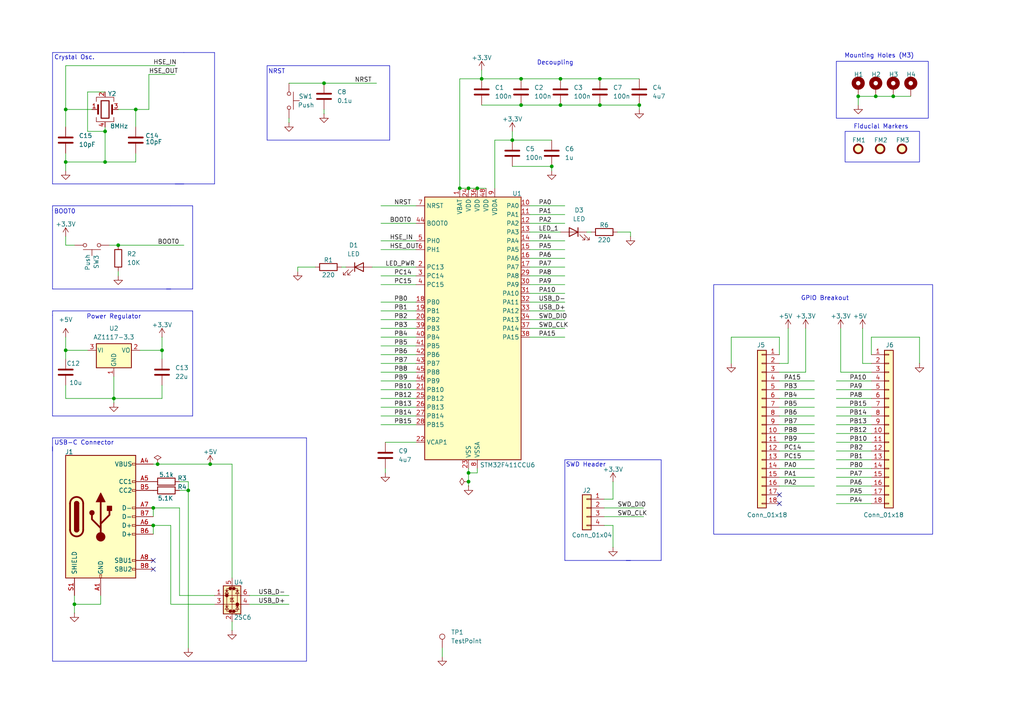
<source format=kicad_sch>
(kicad_sch (version 20231120) (generator "eeschema") (generator_version "8.0")
  (paper "A4")
  (title_block (title "STM32F411 Project") (date "2024-12-18") (rev "V.1"))
  (junction (at 46.99 101.6))
  (junction (at 44.45 152.4))
  (junction (at 148.59 40.64))
  (junction (at 30.48 38.1))
  (junction (at 133.35 54.61))
  (junction (at 21.59 175.26))
  (junction (at 138.43 54.61))
  (junction (at 151.13 30.48))
  (junction (at 44.45 147.32))
  (junction (at 54.61 142.24))
  (junction (at 93.98 24.13))
  (junction (at 162.56 30.48))
  (junction (at 185.42 30.48))
  (junction (at 162.56 22.86))
  (junction (at 254 27.94))
  (junction (at 33.02 115.57))
  (junction (at 173.99 30.48))
  (junction (at 19.05 31.75))
  (junction (at 45.72 134.62))
  (junction (at 39.37 31.75))
  (junction (at 248.92 27.94))
  (junction (at 139.7 22.86))
  (junction (at 60.96 134.62))
  (junction (at 135.89 139.7))
  (junction (at 19.05 101.6))
  (junction (at 259.08 27.94))
  (junction (at 160.02 48.26))
  (junction (at 19.05 46.99))
  (junction (at 135.89 54.61))
  (junction (at 173.99 22.86))
  (junction (at 135.89 137.16))
  (junction (at 34.29 71.12))
  (junction (at 151.13 22.86))
  (junction (at 30.48 46.99))
  (no_connect (at 44.45 165.1))
  (no_connect (at 226.06 143.51))
  (no_connect (at 226.06 146.05))
  (no_connect (at 44.45 162.56))
  (wire (pts (xy 175.26 149.86) (xy 186.69 149.86)))
  (wire (pts (xy 128.27 187.96) (xy 128.27 190.5)))
  (wire (pts (xy 153.67 77.47) (xy 163.83 77.47)))
  (wire (pts (xy 226.06 140.97) (xy 236.22 140.97)))
  (wire (pts (xy 31.75 71.12) (xy 34.29 71.12)))
  (wire (pts (xy 162.56 22.86) (xy 173.99 22.86)))
  (wire (pts (xy 148.59 40.64) (xy 160.02 40.64)))
  (wire (pts (xy 19.05 44.45) (xy 19.05 46.99)))
  (wire (pts (xy 52.07 142.24) (xy 54.61 142.24)))
  (wire (pts (xy 248.92 27.94) (xy 254 27.94)))
  (wire (pts (xy 242.57 115.57) (xy 252.73 115.57)))
  (wire (pts (xy 67.31 180.34) (xy 67.31 182.88)))
  (wire (pts (xy 110.49 64.77) (xy 120.65 64.77)))
  (polyline (pts (xy 88.9 191.77) (xy 88.9 127)))
  (wire (pts (xy 151.13 22.86) (xy 162.56 22.86)))
  (polyline (pts (xy 15.24 120.65) (xy 55.88 120.65)))
  (wire (pts (xy 19.05 101.6) (xy 19.05 104.14)))
  (wire (pts (xy 39.37 31.75) (xy 39.37 36.83)))
  (wire (pts (xy 242.57 135.89) (xy 252.73 135.89)))
  (wire (pts (xy 110.49 80.01) (xy 120.65 80.01)))
  (wire (pts (xy 242.57 140.97) (xy 252.73 140.97)))
  (wire (pts (xy 19.05 115.57) (xy 33.02 115.57)))
  (polyline (pts (xy 15.24 60.96) (xy 15.24 83.82)))
  (polyline (pts (xy 173.99 133.35) (xy 182.88 133.35)))
  (wire (pts (xy 250.19 95.25) (xy 250.19 105.41)))
  (wire (pts (xy 138.43 137.16) (xy 135.89 137.16)))
  (wire (pts (xy 254 27.94) (xy 259.08 27.94)))
  (wire (pts (xy 133.35 54.61) (xy 133.35 22.86)))
  (wire (pts (xy 46.99 97.79) (xy 46.99 101.6)))
  (polyline (pts (xy 55.88 90.17) (xy 15.24 90.17)))
  (wire (pts (xy 252.73 105.41) (xy 250.19 105.41)))
  (wire (pts (xy 139.7 20.32) (xy 139.7 22.86)))
  (wire (pts (xy 30.48 26.67) (xy 25.4 26.67)))
  (wire (pts (xy 228.6 95.25) (xy 228.6 105.41)))
  (wire (pts (xy 25.4 26.67) (xy 25.4 38.1)))
  (wire (pts (xy 226.06 105.41) (xy 228.6 105.41)))
  (wire (pts (xy 39.37 46.99) (xy 30.48 46.99)))
  (wire (pts (xy 19.05 19.05) (xy 50.8 19.05)))
  (wire (pts (xy 138.43 135.89) (xy 138.43 137.16)))
  (wire (pts (xy 185.42 30.48) (xy 185.42 31.75)))
  (wire (pts (xy 226.06 107.95) (xy 233.68 107.95)))
  (wire (pts (xy 93.98 24.13) (xy 109.22 24.13)))
  (wire (pts (xy 153.67 90.17) (xy 163.83 90.17)))
  (wire (pts (xy 153.67 59.69) (xy 163.83 59.69)))
  (polyline (pts (xy 15.24 191.77) (xy 88.9 191.77)))
  (wire (pts (xy 34.29 71.12) (xy 53.34 71.12)))
  (polyline (pts (xy 15.24 53.34) (xy 53.34 53.34)))
  (wire (pts (xy 110.49 118.11) (xy 120.65 118.11)))
  (wire (pts (xy 153.67 80.01) (xy 163.83 80.01)))
  (wire (pts (xy 110.49 123.19) (xy 120.65 123.19)))
  (wire (pts (xy 39.37 31.75) (xy 43.18 31.75)))
  (wire (pts (xy 110.49 115.57) (xy 120.65 115.57)))
  (wire (pts (xy 175.26 144.78) (xy 177.8 144.78)))
  (wire (pts (xy 107.95 77.47) (xy 120.65 77.47)))
  (wire (pts (xy 242.57 123.19) (xy 252.73 123.19)))
  (wire (pts (xy 19.05 111.76) (xy 19.05 115.57)))
  (wire (pts (xy 110.49 92.71) (xy 120.65 92.71)))
  (wire (pts (xy 242.57 120.65) (xy 252.73 120.65)))
  (polyline (pts (xy 62.23 53.34) (xy 50.8 53.34)))
  (wire (pts (xy 226.06 130.81) (xy 236.22 130.81)))
  (wire (pts (xy 110.49 69.85) (xy 120.65 69.85)))
  (wire (pts (xy 252.73 102.87) (xy 252.73 97.79)))
  (wire (pts (xy 86.36 77.47) (xy 86.36 78.74)))
  (wire (pts (xy 177.8 152.4) (xy 177.8 158.75)))
  (polyline (pts (xy 88.9 127) (xy 15.24 127)))
  (wire (pts (xy 110.49 100.33) (xy 120.65 100.33)))
  (wire (pts (xy 226.06 97.79) (xy 212.09 97.79)))
  (wire (pts (xy 44.45 152.4) (xy 44.45 154.94)))
  (wire (pts (xy 153.67 95.25) (xy 163.83 95.25)))
  (wire (pts (xy 111.76 128.27) (xy 120.65 128.27)))
  (wire (pts (xy 226.06 138.43) (xy 236.22 138.43)))
  (wire (pts (xy 133.35 54.61) (xy 135.89 54.61)))
  (wire (pts (xy 21.59 175.26) (xy 21.59 177.8)))
  (wire (pts (xy 110.49 90.17) (xy 120.65 90.17)))
  (wire (pts (xy 252.73 107.95) (xy 243.84 107.95)))
  (wire (pts (xy 153.67 67.31) (xy 162.56 67.31)))
  (wire (pts (xy 243.84 95.25) (xy 243.84 107.95)))
  (polyline (pts (xy 77.47 19.05) (xy 113.03 19.05)))
  (polyline (pts (xy 15.24 15.24) (xy 15.24 53.34)))
  (wire (pts (xy 175.26 152.4) (xy 177.8 152.4)))
  (wire (pts (xy 242.57 143.51) (xy 252.73 143.51)))
  (wire (pts (xy 171.45 67.31) (xy 170.18 67.31)))
  (wire (pts (xy 151.13 30.48) (xy 162.56 30.48)))
  (wire (pts (xy 148.59 48.26) (xy 160.02 48.26)))
  (polyline (pts (xy 49.53 59.69) (xy 55.88 59.69)))
  (wire (pts (xy 25.4 38.1) (xy 30.48 38.1)))
  (wire (pts (xy 110.49 113.03) (xy 120.65 113.03)))
  (wire (pts (xy 139.7 30.48) (xy 151.13 30.48)))
  (wire (pts (xy 135.89 140.97) (xy 135.89 139.7)))
  (polyline (pts (xy 15.24 59.69) (xy 15.24 60.96)))
  (wire (pts (xy 110.49 97.79) (xy 120.65 97.79)))
  (polyline (pts (xy 77.47 19.05) (xy 77.47 40.64)))
  (wire (pts (xy 135.89 54.61) (xy 138.43 54.61)))
  (wire (pts (xy 19.05 46.99) (xy 30.48 46.99)))
  (wire (pts (xy 110.49 107.95) (xy 120.65 107.95)))
  (wire (pts (xy 226.06 110.49) (xy 236.22 110.49)))
  (polyline (pts (xy 15.24 127) (xy 15.24 130.81)))
  (wire (pts (xy 135.89 135.89) (xy 135.89 137.16)))
  (wire (pts (xy 153.67 64.77) (xy 163.83 64.77)))
  (wire (pts (xy 242.57 138.43) (xy 252.73 138.43)))
  (wire (pts (xy 212.09 97.79) (xy 212.09 105.41)))
  (wire (pts (xy 226.06 113.03) (xy 236.22 113.03)))
  (wire (pts (xy 242.57 110.49) (xy 252.73 110.49)))
  (polyline (pts (xy 55.88 120.65) (xy 55.88 90.17)))
  (wire (pts (xy 39.37 44.45) (xy 39.37 46.99)))
  (wire (pts (xy 173.99 30.48) (xy 185.42 30.48)))
  (wire (pts (xy 52.07 172.72) (xy 62.23 172.72)))
  (polyline (pts (xy 113.03 40.64) (xy 113.03 19.05)))
  (polyline (pts (xy 182.88 162.56) (xy 163.83 162.56)))
  (wire (pts (xy 226.06 135.89) (xy 236.22 135.89)))
  (wire (pts (xy 175.26 147.32) (xy 186.69 147.32)))
  (wire (pts (xy 110.49 120.65) (xy 120.65 120.65)))
  (wire (pts (xy 153.67 69.85) (xy 163.83 69.85)))
  (polyline (pts (xy 55.88 59.69) (xy 55.88 83.82)))
  (wire (pts (xy 110.49 82.55) (xy 120.65 82.55)))
  (polyline (pts (xy 62.23 15.24) (xy 62.23 53.34)))
  (wire (pts (xy 19.05 97.79) (xy 19.05 101.6)))
  (polyline (pts (xy 77.47 40.64) (xy 113.03 40.64)))
  (wire (pts (xy 43.18 21.59) (xy 43.18 31.75)))
  (wire (pts (xy 44.45 134.62) (xy 45.72 134.62)))
  (wire (pts (xy 40.64 101.6) (xy 46.99 101.6)))
  (wire (pts (xy 30.48 38.1) (xy 30.48 36.83)))
  (wire (pts (xy 242.57 128.27) (xy 252.73 128.27)))
  (wire (pts (xy 248.92 27.94) (xy 248.92 30.48)))
  (wire (pts (xy 44.45 147.32) (xy 52.07 147.32)))
  (wire (pts (xy 242.57 146.05) (xy 252.73 146.05)))
  (wire (pts (xy 46.99 101.6) (xy 46.99 104.14)))
  (wire (pts (xy 72.39 175.26) (xy 83.82 175.26)))
  (wire (pts (xy 153.67 87.63) (xy 163.83 87.63)))
  (wire (pts (xy 19.05 68.58) (xy 19.05 71.12)))
  (wire (pts (xy 110.49 105.41) (xy 120.65 105.41)))
  (polyline (pts (xy 15.24 90.17) (xy 15.24 91.44)))
  (wire (pts (xy 242.57 130.81) (xy 252.73 130.81)))
  (wire (pts (xy 226.06 123.19) (xy 236.22 123.19)))
  (wire (pts (xy 226.06 128.27) (xy 236.22 128.27)))
  (polyline (pts (xy 49.53 59.69) (xy 15.24 59.69)))
  (wire (pts (xy 67.31 134.62) (xy 60.96 134.62)))
  (polyline (pts (xy 15.24 129.54) (xy 15.24 191.77)))
  (wire (pts (xy 173.99 22.86) (xy 185.42 22.86)))
  (wire (pts (xy 34.29 31.75) (xy 39.37 31.75)))
  (wire (pts (xy 177.8 139.7) (xy 177.8 144.78)))
  (wire (pts (xy 226.06 133.35) (xy 236.22 133.35)))
  (wire (pts (xy 226.06 120.65) (xy 236.22 120.65)))
  (polyline (pts (xy 15.24 15.24) (xy 53.34 15.24)))
  (polyline (pts (xy 182.88 133.35) (xy 191.77 133.35)))
  (wire (pts (xy 226.06 102.87) (xy 226.06 97.79)))
  (polyline (pts (xy 53.34 15.24) (xy 62.23 15.24)))
  (wire (pts (xy 153.67 85.09) (xy 163.83 85.09)))
  (wire (pts (xy 45.72 134.62) (xy 60.96 134.62)))
  (wire (pts (xy 111.76 135.89) (xy 111.76 137.16)))
  (polyline (pts (xy 55.88 83.82) (xy 48.26 83.82)))
  (wire (pts (xy 44.45 147.32) (xy 44.45 149.86)))
  (wire (pts (xy 33.02 109.22) (xy 33.02 115.57)))
  (wire (pts (xy 49.53 175.26) (xy 62.23 175.26)))
  (wire (pts (xy 29.21 172.72) (xy 29.21 175.26)))
  (wire (pts (xy 110.49 95.25) (xy 120.65 95.25)))
  (wire (pts (xy 139.7 22.86) (xy 151.13 22.86)))
  (wire (pts (xy 72.39 172.72) (xy 83.82 172.72)))
  (wire (pts (xy 33.02 115.57) (xy 33.02 116.84)))
  (wire (pts (xy 19.05 71.12) (xy 21.59 71.12)))
  (wire (pts (xy 110.49 110.49) (xy 120.65 110.49)))
  (wire (pts (xy 43.18 21.59) (xy 50.8 21.59)))
  (wire (pts (xy 34.29 78.74) (xy 34.29 80.01)))
  (wire (pts (xy 242.57 113.03) (xy 252.73 113.03)))
  (wire (pts (xy 242.57 125.73) (xy 252.73 125.73)))
  (wire (pts (xy 143.51 40.64) (xy 148.59 40.64)))
  (wire (pts (xy 153.67 97.79) (xy 163.83 97.79)))
  (polyline (pts (xy 163.83 162.56) (xy 163.83 133.35)))
  (wire (pts (xy 133.35 22.86) (xy 139.7 22.86)))
  (wire (pts (xy 153.67 92.71) (xy 163.83 92.71)))
  (wire (pts (xy 160.02 48.26) (xy 160.02 49.53)))
  (wire (pts (xy 30.48 38.1) (xy 30.48 46.99)))
  (wire (pts (xy 266.7 97.79) (xy 266.7 105.41)))
  (wire (pts (xy 21.59 172.72) (xy 21.59 175.26)))
  (wire (pts (xy 54.61 142.24) (xy 54.61 187.96)))
  (polyline (pts (xy 163.83 133.35) (xy 175.26 133.35)))
  (wire (pts (xy 29.21 175.26) (xy 21.59 175.26)))
  (wire (pts (xy 259.08 27.94) (xy 264.16 27.94)))
  (wire (pts (xy 99.06 77.47) (xy 100.33 77.47)))
  (wire (pts (xy 19.05 101.6) (xy 25.4 101.6)))
  (wire (pts (xy 138.43 54.61) (xy 140.97 54.61)))
  (wire (pts (xy 153.67 82.55) (xy 163.83 82.55)))
  (wire (pts (xy 19.05 46.99) (xy 19.05 49.53)))
  (wire (pts (xy 110.49 87.63) (xy 120.65 87.63)))
  (wire (pts (xy 44.45 152.4) (xy 49.53 152.4)))
  (wire (pts (xy 93.98 31.75) (xy 93.98 33.02)))
  (wire (pts (xy 242.57 133.35) (xy 252.73 133.35)))
  (wire (pts (xy 26.67 31.75) (xy 19.05 31.75)))
  (wire (pts (xy 49.53 152.4) (xy 49.53 175.26)))
  (wire (pts (xy 67.31 134.62) (xy 67.31 167.64)))
  (wire (pts (xy 110.49 102.87) (xy 120.65 102.87)))
  (polyline (pts (xy 15.24 91.44) (xy 15.24 120.65)))
  (wire (pts (xy 226.06 115.57) (xy 236.22 115.57)))
  (wire (pts (xy 54.61 139.7) (xy 54.61 142.24)))
  (wire (pts (xy 110.49 59.69) (xy 120.65 59.69)))
  (wire (pts (xy 233.68 95.25) (xy 233.68 107.95)))
  (wire (pts (xy 226.06 118.11) (xy 236.22 118.11)))
  (wire (pts (xy 153.67 74.93) (xy 163.83 74.93)))
  (wire (pts (xy 226.06 125.73) (xy 236.22 125.73)))
  (wire (pts (xy 46.99 111.76) (xy 46.99 115.57)))
  (wire (pts (xy 135.89 139.7) (xy 135.89 137.16)))
  (wire (pts (xy 46.99 115.57) (xy 33.02 115.57)))
  (wire (pts (xy 110.49 72.39) (xy 120.65 72.39)))
  (wire (pts (xy 153.67 72.39) (xy 163.83 72.39)))
  (polyline (pts (xy 15.24 83.82) (xy 49.53 83.82)))
  (wire (pts (xy 52.07 139.7) (xy 54.61 139.7)))
  (wire (pts (xy 86.36 77.47) (xy 91.44 77.47)))
  (wire (pts (xy 83.82 24.13) (xy 93.98 24.13)))
  (wire (pts (xy 148.59 38.1) (xy 148.59 40.64)))
  (wire (pts (xy 162.56 30.48) (xy 173.99 30.48)))
  (wire (pts (xy 242.57 118.11) (xy 252.73 118.11)))
  (wire (pts (xy 19.05 31.75) (xy 19.05 19.05)))
  (wire (pts (xy 153.67 62.23) (xy 163.83 62.23)))
  (polyline (pts (xy 191.77 162.56) (xy 181.61 162.56)))
  (wire (pts (xy 182.88 67.31) (xy 182.88 68.58)))
  (polyline (pts (xy 191.77 133.35) (xy 191.77 162.56)))
  (wire (pts (xy 143.51 54.61) (xy 143.51 40.64)))
  (wire (pts (xy 52.07 147.32) (xy 52.07 172.72)))
  (wire (pts (xy 83.82 34.29) (xy 83.82 35.56)))
  (wire (pts (xy 252.73 97.79) (xy 266.7 97.79)))
  (wire (pts (xy 19.05 31.75) (xy 19.05 36.83)))
  (wire (pts (xy 179.07 67.31) (xy 182.88 67.31)))
  (rectangle (start 245.11 38.1) (end 266.7 46.99))
  (rectangle (start 242.57 17.78) (end 269.24 34.29))
  (rectangle (start 207.01 82.55) (end 270.51 154.94))
  (text "USB-C Connector\n" (at 24.384 128.524 0) (effects (font (size 1.27 1.27))))
  (text "NRST\n\n" (at 80.264 21.844 0) (effects (font (size 1.27 1.27))))
  (text "BOOT0\n" (at 18.796 61.468 0) (effects (font (size 1.27 1.27))))
  (text "Crystal Osc.\n" (at 21.59 16.764 0) (effects (font (size 1.27 1.27))))
  (text "Decoupling\n" (at 161.036 18.288 0) (effects (font (size 1.27 1.27))))
  (text "Power Regulator\n" (at 33.02 91.948 0) (effects (font (size 1.27 1.27))))
  (text "Mounting Holes (M3)\n" (at 255.016 16.256 0) (effects (font (size 1.27 1.27))))
  (text "GPIO Breakout\n" (at 239.268 86.614 0) (effects (font (size 1.27 1.27))))
  (text "Fiducial Markers\n" (at 255.524 36.83 0) (effects (font (size 1.27 1.27))))
  (text "SWD Header\n" (at 169.926 134.874 0) (effects (font (size 1.27 1.27))))
  (label "PB7" (at 114.3 105.41 0))
  (label "PA5" (at 156.21 72.39 0))
  (label "PB3" (at 114.3 95.25 0))
  (label "PB4" (at 227.33 115.57 0))
  (label "PA7" (at 246.38 138.43 0))
  (label "HSE_IN" (at 113.03 69.85 0))
  (label "PA10" (at 246.38 110.49 0))
  (label "PA6" (at 246.38 140.97 0))
  (label "BOOT0" (at 45.72 71.12 0))
  (label "PA10" (at 156.21 85.09 0))
  (label "PB13" (at 114.3 118.11 0))
  (label "HSE_OUT" (at 113.03 72.39 0))
  (label "LED_1" (at 156.21 67.31 0))
  (label "PA5" (at 246.38 143.51 0))
  (label "PB2" (at 114.3 92.71 0))
  (label "USB_D-" (at 156.21 87.63 0))
  (label "PA0" (at 227.33 135.89 0))
  (label "USB_D+" (at 156.21 90.17 0))
  (label "SWD_CLK" (at 156.21 95.25 0))
  (label "PB0" (at 114.3 87.63 0))
  (label "PA9" (at 246.38 113.03 0))
  (label "HSE_IN" (at 44.45 19.05 0))
  (label "PB12" (at 251.46 125.73 180))
  (label "PB4" (at 114.3 97.79 0))
  (label "USB_D+" (at 74.93 175.26 0))
  (label "SWD_DIO" (at 179.07 147.32 0))
  (label "PB5" (at 114.3 100.33 0))
  (label "NRST" (at 102.87 24.13 0))
  (label "PA0" (at 156.21 59.69 0))
  (label "PB0" (at 246.38 135.89 0))
  (label "USB_D-" (at 74.93 172.72 0))
  (label "PC14" (at 227.33 130.81 0))
  (label "PB14" (at 251.46 120.65 180))
  (label "PB8" (at 114.3 107.95 0))
  (label "PA1" (at 156.21 62.23 0))
  (label "PB5" (at 227.33 118.11 0))
  (label "SWD_CLK" (at 179.07 149.86 0))
  (label "BOOT0" (at 113.03 64.77 0))
  (label "PA4" (at 246.38 146.05 0))
  (label "PA8" (at 156.21 80.01 0))
  (label "PA4" (at 156.21 69.85 0))
  (label "PB13" (at 251.46 123.19 180))
  (label "PA8" (at 246.38 115.57 0))
  (label "PB15" (at 251.46 118.11 180))
  (label "PB9" (at 114.3 110.49 0))
  (label "PC14" (at 114.3 80.01 0))
  (label "PB10" (at 114.3 113.03 0))
  (label "PC15" (at 114.3 82.55 0))
  (label "PB6" (at 114.3 102.87 0))
  (label "PB12" (at 114.3 115.57 0))
  (label "PA9" (at 156.21 82.55 0))
  (label "PA7" (at 156.21 77.47 0))
  (label "HSE_OUT" (at 43.18 21.59 0))
  (label "NRST" (at 114.3 59.69 0))
  (label "PB6" (at 227.33 120.65 0))
  (label "SWD_DIO" (at 156.21 92.71 0))
  (label "PC15" (at 227.33 133.35 0))
  (label "PA2" (at 227.33 140.97 0))
  (label "PA2" (at 156.21 64.77 0))
  (label "PA1" (at 227.33 138.43 0))
  (label "PA6" (at 156.21 74.93 0))
  (label "PB1" (at 246.38 133.35 0))
  (label "PB2" (at 246.38 130.81 0))
  (label "PB3" (at 227.33 113.03 0))
  (label "PB8" (at 227.33 125.73 0))
  (label "PB15" (at 114.3 123.19 0))
  (label "PB10" (at 246.38 128.27 0))
  (label "PA15" (at 227.33 110.49 0))
  (label "PB1" (at 114.3 90.17 0))
  (label "PB9" (at 227.33 128.27 0))
  (label "LED_PWR" (at 111.76 77.47 0))
  (label "PA15" (at 156.21 97.79 0))
  (label "PB7" (at 227.33 123.19 0))
  (label "PB14" (at 114.3 120.65 0))
  (symbol (lib_id "Device:R") (at 48.26 139.7 90) (unit 1)
    (property "Reference" "R3" (at 52.832 138.684 90))
    (property "Value" "5.1k" (at 48.26 137.668 90))
    (property "Footprint" "Resistor_SMD:R_0402_1005Metric" (effects (hide yes)))
    (property "Description" "Resistor" (effects (hide yes)))
    (property "Distributor Link" "https://www.digikey.com/en/products/detail/yageo/RC0402FR-075K1L/726624" (effects (hide yes)))
    (property "Manufacturer" "YAGEO" (effects (hide yes)))
    (property "Manufacturer Part Number" "RC0402FR-075K1L" (effects (hide yes)))
  )
  (symbol (lib_id "Device:C") (at 148.59 44.45 0) (unit 1)
    (property "Reference" "C5" (at 152.4 43.1799 0) (effects (justify left)))
    (property "Value" "100n" (at 152.4 45.7199 0) (effects (justify left)))
    (property "Footprint" "Capacitor_SMD:C_0402_1005Metric" (effects (hide yes)))
    (property "Description" "Unpolarized capacitor" (effects (hide yes)))
    (property "Distributor Link" "https://www.digikey.com/en/products/detail/kyocera-avx/04023C104KAT2A-62/17868566" (effects (hide yes)))
    (property "Manufacturer" "KYOCERA AVX" (effects (hide yes)))
    (property "Manufacturer Part Number" "04023C104KAT2A-62" (effects (hide yes)))
  )
  (symbol (lib_id "power:PWR_FLAG") (at 45.72 134.62 0) (unit 1)
    (property "Reference" "#FLG03" (effects (hide yes)))
    (property "Value" "PWR_FLAG" (effects (hide yes)))
    (property "Description" "Special symbol for telling ERC where power comes from" (effects (hide yes)))
  )
  (symbol (lib_id "Device:R") (at 34.29 74.93 180) (unit 1)
    (property "Reference" "R2" (at 36.83 73.6599 0) (effects (justify right)))
    (property "Value" "10K" (at 36.83 76.1999 0) (effects (justify right)))
    (property "Footprint" "Resistor_SMD:R_0402_1005Metric" (effects (hide yes)))
    (property "Description" "Resistor" (effects (hide yes)))
    (property "Distributor Link" "https://www.digikey.com/en/products/detail/yageo/RC0402JR-0710KL/726418" (effects (hide yes)))
    (property "Manufacturer" "YAGEO" (effects (hide yes)))
    (property "Manufacturer Part Number" "RC0402JR-0710KL" (effects (hide yes)))
  )
  (symbol (lib_id "power:GND") (at 54.61 187.96 0) (unit 1)
    (property "Reference" "#PWR015" (effects (hide yes)))
    (property "Value" "GND" (effects (hide yes)))
    (property "Description" "Power symbol creates a global label with name \"GND\" , ground" (effects (hide yes)))
  )
  (symbol (lib_id "power:+3.3V") (at 19.05 68.58 0) (unit 1)
    (property "Reference" "#PWR011" (effects (hide yes)))
    (property "Value" "+3.3V" (at 19.05 65.024 0))
    (property "Description" "Power symbol creates a global label with name \"+3.3V\"" (effects (hide yes)))
  )
  (symbol (lib_id "power:GND") (at 160.02 49.53 0) (unit 1)
    (property "Reference" "#PWR05" (effects (hide yes)))
    (property "Value" "GND" (effects (hide yes)))
    (property "Description" "Power symbol creates a global label with name \"GND\" , ground" (effects (hide yes)))
  )
  (symbol (lib_id "power:GND") (at 67.31 182.88 0) (unit 1)
    (property "Reference" "#PWR013" (effects (hide yes)))
    (property "Value" "GND" (effects (hide yes)))
    (property "Description" "Power symbol creates a global label with name \"GND\" , ground" (effects (hide yes)))
  )
  (symbol (lib_id "Device:C") (at 160.02 44.45 0) (unit 1)
    (property "Reference" "C6" (at 163.83 43.1799 0) (effects (justify left)))
    (property "Value" "1u" (at 163.83 45.7199 0) (effects (justify left)))
    (property "Footprint" "Capacitor_SMD:C_0402_1005Metric" (effects (hide yes)))
    (property "Description" "Unpolarized capacitor" (effects (hide yes)))
    (property "Distributor Link" "https://www.digikey.com/en/products/detail/nextgen-components/0402W105K100HI/14632388?s=N4IgjCBcpgLFoDGUBmBDANgZwKYBoQB7KAbRAHZYBWMKkAXQIAcAXKEAZRYCcBLAOwDmIAL4EATAAZYATgQhkkdNnxFS4AAQBWgGINmbSCACq-XiwDyKALI40WAK7ccoggFp40Baky4CxSDIZAGY4CHoRMRAANnleABN2NzBJcRADdnSQFgBPJhcjeKxkSKA" (effects (hide yes)))
    (property "Manufacturer" "Aillen" (effects (hide yes)))
    (property "Manufacturer Part Number" "0402W105K100HI" (effects (hide yes)))
  )
  (symbol (lib_id "Connector_Generic:Conn_01x18") (at 257.81 123.19 0) (unit 1)
    (property "Reference" "J6" (at 258.064 100.076 0))
    (property "Value" "Conn_01x18" (at 256.286 149.352 0))
    (property "Footprint" "Connector_PinHeader_2.54mm:PinHeader_1x18_P2.54mm_Vertical" (effects (hide yes)))
    (property "Description" "Generic connector, single row, 01x18, script generated (kicad-library-utils/schlib/autogen/connector/)" (effects (hide yes)))
    (property "Distributor Link" "https://www.digikey.com/en/products/detail/adam-tech/PH1-18-UA/9830420" (effects (hide yes)))
    (property "Manufacturer" "Adam Tech" (effects (hide yes)))
    (property "Manufacturer Part Number" "PH1-18-UA" (effects (hide yes)))
  )
  (symbol (lib_id "Device:C") (at 151.13 26.67 0) (unit 1)
    (property "Reference" "C2" (at 154.94 25.3999 0) (effects (justify left)))
    (property "Value" "100n" (at 154.94 27.9399 0) (effects (justify left)))
    (property "Footprint" "Capacitor_SMD:C_0402_1005Metric" (effects (hide yes)))
    (property "Description" "Unpolarized capacitor" (effects (hide yes)))
    (property "Distributor Link" "https://www.digikey.com/en/products/detail/kyocera-avx/04023C104KAT2A-62/17868566" (effects (hide yes)))
    (property "Manufacturer" "KYOCERA AVX" (effects (hide yes)))
    (property "Manufacturer Part Number" "04023C104KAT2A-62" (effects (hide yes)))
  )
  (symbol (lib_id "power:GND") (at 248.92 30.48 0) (unit 1)
    (property "Reference" "#PWR020" (effects (hide yes)))
    (property "Value" "GND" (effects (hide yes)))
    (property "Description" "Power symbol creates a global label with name \"GND\" , ground" (effects (hide yes)))
  )
  (symbol (lib_id "power:+3.3V") (at 233.68 95.25 0) (unit 1)
    (property "Reference" "#PWR032" (effects (hide yes)))
    (property "Value" "+3.3V" (at 233.68 91.694 0))
    (property "Description" "Power symbol creates a global label with name \"+3.3V\"" (effects (hide yes)))
  )
  (symbol (lib_id "Device:R") (at 175.26 67.31 90) (mirror x) (unit 1)
    (property "Reference" "R6" (at 175.26 65.278 90))
    (property "Value" "220" (at 175.26 69.596 90))
    (property "Footprint" "Resistor_SMD:R_0402_1005Metric" (effects (hide yes)))
    (property "Description" "Resistor" (effects (hide yes)))
    (property "Distributor Link" "https://www.digikey.com/en/products/detail/yageo/RC0402FR-07221RL/2827610" (effects (hide yes)))
    (property "Manufacturer" "YAGEO" (effects (hide yes)))
    (property "Manufacturer Part Number" "RC0402FR-07221RL" (effects (hide yes)))
  )
  (symbol (lib_id "Device:C") (at 162.56 26.67 0) (unit 1)
    (property "Reference" "C3" (at 166.37 25.3999 0) (effects (justify left)))
    (property "Value" "100n" (at 166.37 27.9399 0) (effects (justify left)))
    (property "Footprint" "Capacitor_SMD:C_0402_1005Metric" (effects (hide yes)))
    (property "Description" "Unpolarized capacitor" (effects (hide yes)))
    (property "Distributor Link" "https://www.digikey.com/en/products/detail/kyocera-avx/04023C104KAT2A-62/17868566" (effects (hide yes)))
    (property "Manufacturer" "KYOCERA AVX" (effects (hide yes)))
    (property "Manufacturer Part Number" "04023C104KAT2A-62" (effects (hide yes)))
  )
  (symbol (lib_id "power:+3.3V") (at 177.8 139.7 0) (unit 1)
    (property "Reference" "#PWR022" (effects (hide yes)))
    (property "Value" "+3.3V" (at 177.8 136.144 0))
    (property "Description" "Power symbol creates a global label with name \"+3.3V\"" (effects (hide yes)))
  )
  (symbol (lib_id "Regulator_Linear:AZ1117-3.3") (at 33.02 101.6 0) (unit 1)
    (property "Reference" "U2" (at 33.02 95.25 0))
    (property "Value" "AZ1117-3.3" (at 33.02 97.79 0))
    (property "Footprint" "Package_TO_SOT_SMD:SOT-223-3_TabPin2" (effects (hide yes)))
    (property "Datasheet" "https://www.diodes.com/assets/Datasheets/AZ1117.pdf" (effects (hide yes)))
    (property "Description" "1A 20V Fixed LDO Linear Regulator, 3.3V, SOT-89/SOT-223/TO-220/TO-252/TO-263" (effects (hide yes)))
    (property "Distributor Link" "https://www.digikey.com/en/products/detail/diodes-incorporated/AZ1117CH-3-3TRG1/4470985" (effects (hide yes)))
    (property "Manufacturer" "Diodes Incorporated" (effects (hide yes)))
    (property "Manufacturer Part Number" "AZ1117CH-3.3TRG1" (effects (hide yes)))
  )
  (symbol (lib_id "power:GND") (at 182.88 68.58 0) (mirror y) (unit 1)
    (property "Reference" "#PWR09" (effects (hide yes)))
    (property "Value" "GND" (effects (hide yes)))
    (property "Description" "Power symbol creates a global label with name \"GND\" , ground" (effects (hide yes)))
  )
  (symbol (lib_id "Mechanical:Fiducial") (at 261.62 43.18 0) (unit 1) (in_bom no)
    (property "Reference" "FM3" (at 259.842 40.64 0) (effects (justify left)))
    (property "Value" "Fiducial" (effects (hide yes)))
    (property "Footprint" "Fiducial:Fiducial_1mm_Mask2mm" (effects (hide yes)))
    (property "Description" "Fiducial Marker" (effects (hide yes)))
  )
  (symbol (lib_id "Device:R") (at 95.25 77.47 270) (unit 1)
    (property "Reference" "R1" (at 95.25 75.438 90))
    (property "Value" "220" (at 95.25 79.756 90))
    (property "Footprint" "Resistor_SMD:R_0402_1005Metric" (effects (hide yes)))
    (property "Description" "Resistor" (effects (hide yes)))
    (property "Distributor Link" "https://www.digikey.com/en/products/detail/yageo/RC0402FR-07221RL/2827610" (effects (hide yes)))
    (property "Manufacturer" "YAGEO" (effects (hide yes)))
    (property "Manufacturer Part Number" "RC0402FR-07221RL" (effects (hide yes)))
  )
  (symbol (lib_id "Switch:SW_Push") (at 83.82 29.21 270) (unit 1)
    (property "Reference" "SW1" (at 86.614 27.94 90) (effects (justify left)))
    (property "Value" "Push" (at 86.36 30.48 90) (effects (justify left)))
    (property "Footprint" "Button_Switch_SMD:SW_SPST_B3U-1000P" (effects (hide yes)))
    (property "Description" "Push button switch, generic, two pins" (effects (hide yes)))
    (property "Distributor Link" "https://www.digikey.com/en/products/detail/omron-electronics-inc-emc-div/B3U-1000P-B/1811777" (effects (hide yes)))
    (property "Manufacturer" "Omron Electronics Inc-EMC Div" (effects (hide yes)))
    (property "Manufacturer Part Number" "B3U-1000P-B" (effects (hide yes)))
  )
  (symbol (lib_id "power:GND") (at 111.76 137.16 0) (unit 1)
    (property "Reference" "#PWR010" (effects (hide yes)))
    (property "Value" "GND" (effects (hide yes)))
    (property "Description" "Power symbol creates a global label with name \"GND\" , ground" (effects (hide yes)))
  )
  (symbol (lib_id "power:+3.3V") (at 148.59 38.1 0) (unit 1)
    (property "Reference" "#PWR03" (effects (hide yes)))
    (property "Value" "+3.3V" (at 148.59 34.544 0))
    (property "Description" "Power symbol creates a global label with name \"+3.3V\"" (effects (hide yes)))
  )
  (symbol (lib_id "power:PWR_FLAG") (at 135.89 139.7 90) (unit 1)
    (property "Reference" "#FLG02" (effects (hide yes)))
    (property "Value" "PWR_FLAG" (effects (hide yes)))
    (property "Description" "Special symbol for telling ERC where power comes from" (effects (hide yes)))
  )
  (symbol (lib_id "Mechanical:MountingHole_Pad") (at 248.92 25.4 0) (unit 1) (in_bom no)
    (property "Reference" "H1" (at 247.65 21.59 0) (effects (justify left)))
    (property "Value" "MountingHole_Pad" (effects (hide yes)))
    (property "Footprint" "MountingHole:MountingHole_2.2mm_M2_Pad_Via" (effects (hide yes)))
    (property "Description" "Mounting Hole with connection" (effects (hide yes)))
  )
  (symbol (lib_id "power:GND") (at 212.09 105.41 0) (unit 1)
    (property "Reference" "#PWR031" (effects (hide yes)))
    (property "Value" "GND" (effects (hide yes)))
    (property "Description" "Power symbol creates a global label with name \"GND\" , ground" (effects (hide yes)))
  )
  (symbol (lib_id "power:GND") (at 34.29 80.01 0) (unit 1)
    (property "Reference" "#PWR024" (effects (hide yes)))
    (property "Value" "GND" (effects (hide yes)))
    (property "Description" "Power symbol creates a global label with name \"GND\" , ground" (effects (hide yes)))
  )
  (symbol (lib_id "power:GND") (at 33.02 116.84 0) (unit 1)
    (property "Reference" "#PWR016" (effects (hide yes)))
    (property "Value" "GND" (effects (hide yes)))
    (property "Description" "Power symbol creates a global label with name \"GND\" , ground" (effects (hide yes)))
  )
  (symbol (lib_id "Device:C") (at 139.7 26.67 0) (unit 1)
    (property "Reference" "C1" (at 143.51 25.3999 0) (effects (justify left)))
    (property "Value" "100n" (at 143.51 27.9399 0) (effects (justify left)))
    (property "Footprint" "Capacitor_SMD:C_0402_1005Metric" (effects (hide yes)))
    (property "Description" "Unpolarized capacitor" (effects (hide yes)))
    (property "Distributor Link" "https://www.digikey.com/en/products/detail/kyocera-avx/04023C104KAT2A-62/17868566" (effects (hide yes)))
    (property "Manufacturer" "KYOCERA AVX" (effects (hide yes)))
    (property "Manufacturer Part Number" "04023C104KAT2A-62" (effects (hide yes)))
  )
  (symbol (lib_id "power:GND") (at 93.98 33.02 0) (unit 1)
    (property "Reference" "#PWR06" (effects (hide yes)))
    (property "Value" "GND" (effects (hide yes)))
    (property "Description" "Power symbol creates a global label with name \"GND\" , ground" (effects (hide yes)))
  )
  (symbol (lib_id "power:+5V") (at 228.6 95.25 0) (unit 1)
    (property "Reference" "#PWR029" (effects (hide yes)))
    (property "Value" "+5V" (at 227.838 91.694 0))
    (property "Description" "Power symbol creates a global label with name \"+5V\"" (effects (hide yes)))
  )
  (symbol (lib_id "power:GND") (at 19.05 49.53 0) (unit 1)
    (property "Reference" "#PWR023" (effects (hide yes)))
    (property "Value" "GND" (effects (hide yes)))
    (property "Description" "Power symbol creates a global label with name \"GND\" , ground" (effects (hide yes)))
  )
  (symbol (lib_id "Device:R") (at 48.26 142.24 270) (unit 1)
    (property "Reference" "R4" (at 52.832 141.224 90))
    (property "Value" "5.1K" (at 48.006 144.526 90))
    (property "Footprint" "Resistor_SMD:R_0402_1005Metric" (effects (hide yes)))
    (property "Description" "Resistor" (effects (hide yes)))
    (property "Distributor Link" "https://www.digikey.com/en/products/detail/yageo/RC0402FR-075K1L/726624" (effects (hide yes)))
    (property "Manufacturer" "YAGEO" (effects (hide yes)))
    (property "Manufacturer Part Number" "RC0402FR-075K1L" (effects (hide yes)))
  )
  (symbol (lib_id "Connector:USB_C_Receptacle_USB2.0_16P") (at 29.21 149.86 0) (unit 1)
    (property "Reference" "J1" (at 20.066 131.064 0))
    (property "Value" "USB_C_Receptacle_USB2.0_16P" (effects (hide yes)))
    (property "Footprint" "Connector_USB:USB_C_Receptacle_GCT_USB4105-xx-A_16P_TopMnt_Horizontal" (effects (hide yes)))
    (property "Datasheet" "https://www.usb.org/sites/default/files/documents/usb_type-c.zip" (effects (hide yes)))
    (property "Description" "USB 2.0-only 16P Type-C Receptacle connector" (effects (hide yes)))
    (property "Distributor Link" "https://www.digikey.com/en/products/detail/gct/USB4105-GF-A/11198441" (effects (hide yes)))
    (property "Manufacturer" "GCT" (effects (hide yes)))
    (property "Manufacturer Part Number" "USB4105-GF-A" (effects (hide yes)))
  )
  (symbol (lib_id "Connector_Generic:Conn_01x18") (at 220.98 123.19 0) (mirror y) (unit 1)
    (property "Reference" "J5" (at 220.726 100.076 0))
    (property "Value" "Conn_01x18" (at 222.504 149.352 0))
    (property "Footprint" "Connector_PinHeader_2.54mm:PinHeader_1x18_P2.54mm_Vertical" (effects (hide yes)))
    (property "Description" "Generic connector, single row, 01x18, script generated (kicad-library-utils/schlib/autogen/connector/)" (effects (hide yes)))
    (property "Distributor Link" "https://www.digikey.com/en/products/detail/adam-tech/PH1-18-UA/9830420" (effects (hide yes)))
    (property "Manufacturer" "Adam Tech" (effects (hide yes)))
    (property "Manufacturer Part Number" "PH1-18-UA" (effects (hide yes)))
  )
  (symbol (lib_id "power:+5V") (at 19.05 97.79 0) (unit 1)
    (property "Reference" "#PWR017" (effects (hide yes)))
    (property "Value" "+5V" (at 19.05 92.71 0))
    (property "Description" "Power symbol creates a global label with name \"+5V\"" (effects (hide yes)))
  )
  (symbol (lib_id "Mechanical:MountingHole_Pad") (at 264.16 25.4 0) (unit 1) (in_bom no)
    (property "Reference" "H4" (at 262.89 21.59 0) (effects (justify left)))
    (property "Value" "MountingHole_Pad" (effects (hide yes)))
    (property "Footprint" "MountingHole:MountingHole_2.2mm_M2_Pad_Via" (effects (hide yes)))
    (property "Description" "Mounting Hole with connection" (effects (hide yes)))
  )
  (symbol (lib_id "Mechanical:Fiducial") (at 255.27 43.18 0) (unit 1) (in_bom no)
    (property "Reference" "FM2" (at 253.492 40.64 0) (effects (justify left)))
    (property "Value" "Fiducial" (effects (hide yes)))
    (property "Footprint" "Fiducial:Fiducial_1mm_Mask2mm" (effects (hide yes)))
    (property "Description" "Fiducial Marker" (effects (hide yes)))
  )
  (symbol (lib_id "Mechanical:MountingHole_Pad") (at 254 25.4 0) (unit 1) (in_bom no)
    (property "Reference" "H2" (at 252.73 21.59 0) (effects (justify left)))
    (property "Value" "MountingHole_Pad" (effects (hide yes)))
    (property "Footprint" "MountingHole:MountingHole_2.2mm_M2_Pad_Via" (effects (hide yes)))
    (property "Description" "Mounting Hole with connection" (effects (hide yes)))
  )
  (symbol (lib_id "Device:LED") (at 166.37 67.31 0) (mirror y) (unit 1)
    (property "Reference" "D3" (at 167.9575 60.96 0))
    (property "Value" "LED" (at 167.9575 63.5 0))
    (property "Footprint" "LED_SMD:LED_0402_1005Metric" (effects (hide yes)))
    (property "Description" "Light emitting diode" (effects (hide yes)))
    (property "Distributor Link" "https://www.digikey.com/en/products/detail/yongyu-optoelectronics/YY0402RE-NN2S0-T1AR4/25558572" (effects (hide yes)))
    (property "Manufacturer" "Yongyu Optoelectronics" (effects (hide yes)))
    (property "Manufacturer Part Number" "YY0402RE-NN2S0-T1AR4" (effects (hide yes)))
  )
  (symbol (lib_id "power:+3.3V") (at 46.99 97.79 0) (unit 1)
    (property "Reference" "#PWR018" (effects (hide yes)))
    (property "Value" "+3.3V" (at 46.99 94.234 0))
    (property "Description" "Power symbol creates a global label with name \"+3.3V\"" (effects (hide yes)))
  )
  (symbol (lib_id "Switch:SW_Push") (at 26.67 71.12 180) (unit 1)
    (property "Reference" "SW3" (at 27.94 73.914 90) (effects (justify left)))
    (property "Value" "Push" (at 25.4 73.66 90) (effects (justify left)))
    (property "Footprint" "Button_Switch_SMD:SW_SPST_B3U-1000P" (effects (hide yes)))
    (property "Description" "Push button switch, generic, two pins" (effects (hide yes)))
    (property "Distributor Link" "https://www.digikey.com/en/products/detail/omron-electronics-inc-emc-div/B3U-1000P-B/1811777" (effects (hide yes)))
    (property "Manufacturer" "Omron Electronics Inc-EMC Div" (effects (hide yes)))
    (property "Manufacturer Part Number" "B3U-1000P-B" (effects (hide yes)))
  )
  (symbol (lib_id "power:GND") (at 185.42 31.75 0) (unit 1)
    (property "Reference" "#PWR04" (effects (hide yes)))
    (property "Value" "GND" (effects (hide yes)))
    (property "Description" "Power symbol creates a global label with name \"GND\" , ground" (effects (hide yes)))
  )
  (symbol (lib_id "power:+5V") (at 250.19 95.25 0) (unit 1)
    (property "Reference" "#PWR030" (effects (hide yes)))
    (property "Value" "+5V" (at 249.428 91.694 0))
    (property "Description" "Power symbol creates a global label with name \"+5V\"" (effects (hide yes)))
  )
  (symbol (lib_id "Mechanical:MountingHole_Pad") (at 259.08 25.4 0) (unit 1) (in_bom no)
    (property "Reference" "H3" (at 257.81 21.59 0) (effects (justify left)))
    (property "Value" "MountingHole_Pad" (effects (hide yes)))
    (property "Footprint" "MountingHole:MountingHole_2.2mm_M2_Pad_Via" (effects (hide yes)))
    (property "Description" "Mounting Hole with connection" (effects (hide yes)))
  )
  (symbol (lib_id "power:GND") (at 177.8 158.75 0) (unit 1)
    (property "Reference" "#PWR021" (effects (hide yes)))
    (property "Value" "GND" (effects (hide yes)))
    (property "Description" "Power symbol creates a global label with name \"GND\" , ground" (effects (hide yes)))
  )
  (symbol (lib_id "Device:C") (at 111.76 132.08 0) (unit 1)
    (property "Reference" "C9" (at 115.57 130.8099 0) (effects (justify left)))
    (property "Value" "4u7" (at 115.57 133.3499 0) (effects (justify left)))
    (property "Footprint" "Capacitor_SMD:C_0603_1608Metric" (effects (hide yes)))
    (property "Description" "Unpolarized capacitor" (effects (hide yes)))
    (property "Distributor Link" "https://www.digikey.com/en/products/detail/tdk-corporation/C1608X5R1C475K080AC/2732913" (effects (hide yes)))
    (property "Manufacturer" "TDK Corporation" (effects (hide yes)))
    (property "Manufacturer Part Number" "C1608X5R1C475K080AC" (effects (hide yes)))
  )
  (symbol (lib_id "Device:Crystal_GND24") (at 30.48 31.75 0) (unit 1)
    (property "Reference" "Y2" (at 32.512 27.178 0))
    (property "Value" "8MHz" (at 34.544 36.576 0))
    (property "Footprint" "Crystal:Crystal_SMD_Abracon_ABM8G-4Pin_3.2x2.5mm" (effects (hide yes)))
    (property "Description" "Four pin crystal, GND on pins 2 and 4" (effects (hide yes)))
    (property "Distributor Link" "https://www.digikey.com/en/products/detail/abracon-llc/ABM8G-16-000MHZ-4Y-T3/2623789" (effects (hide yes)))
    (property "Manufacturer" "Abracon LLC" (effects (hide yes)))
    (property "Manufacturer Part Number" "ABM8G-16.000MHZ-4Y-T3" (effects (hide yes)))
  )
  (symbol (lib_id "Device:C") (at 19.05 40.64 0) (unit 1)
    (property "Reference" "C15" (at 22.86 39.3699 0) (effects (justify left)))
    (property "Value" "10pF" (at 22.86 41.9099 0) (effects (justify left)))
    (property "Footprint" "Capacitor_SMD:C_0402_1005Metric" (effects (hide yes)))
    (property "Description" "Unpolarized capacitor" (effects (hide yes)))
    (property "Distributor Link" "https://www.digikey.com/en/products/detail/w%C3%BCrth-elektronik/885012005007/5453280" (effects (hide yes)))
    (property "Manufacturer" "Würth Elektronik" (effects (hide yes)))
    (property "Manufacturer Part Number" "885012005007" (effects (hide yes)))
  )
  (symbol (lib_id "power:GND") (at 86.36 78.74 0) (unit 1)
    (property "Reference" "#PWR08" (effects (hide yes)))
    (property "Value" "GND" (effects (hide yes)))
    (property "Description" "Power symbol creates a global label with name \"GND\" , ground" (effects (hide yes)))
  )
  (symbol (lib_id "Device:C") (at 19.05 107.95 0) (unit 1)
    (property "Reference" "C12" (at 19.304 105.41 0) (effects (justify left)))
    (property "Value" "10u" (at 20.066 110.998 0) (effects (justify left)))
    (property "Footprint" "Capacitor_SMD:C_0402_1005Metric" (effects (hide yes)))
    (property "Description" "Unpolarized capacitor" (effects (hide yes)))
    (property "Distributor Link" "https://www.digikey.com/en/products/detail/nextgen-components/0402W106M6R3HI/18677011?s=N4IgjCBcoEwAwBYCcVQGMoDMCGAbAzgKYA0IA9lANrhwAEArQGIgC6pADgC5QgCqAdgEtOAeUwBZQtnwBXAE6EQAX1IBaBKhAZIOAiXJUQSAMxgEEFkpUgAbJsEATHqrBwYIDt0ggPITgE92RW8HfAwrIA" (effects (hide yes)))
    (property "Manufacturer" "Aillen" (effects (hide yes)))
    (property "Manufacturer Part Number" "0402W106M6R3HI" (effects (hide yes)))
  )
  (symbol (lib_id "Device:C") (at 39.37 40.64 0) (unit 1)
    (property "Reference" "C14" (at 42.164 39.37 0) (effects (justify left)))
    (property "Value" "10pF" (at 42.164 41.148 0) (effects (justify left)))
    (property "Footprint" "Capacitor_SMD:C_0402_1005Metric" (effects (hide yes)))
    (property "Description" "Unpolarized capacitor" (effects (hide yes)))
    (property "Distributor Link" "https://www.digikey.com/en/products/detail/w%C3%BCrth-elektronik/885012005007/5453280" (effects (hide yes)))
    (property "Manufacturer" "Würth Elektronik" (effects (hide yes)))
    (property "Manufacturer Part Number" "885012005007" (effects (hide yes)))
  )
  (symbol (lib_id "Device:C") (at 93.98 27.94 180) (unit 1)
    (property "Reference" "C8" (at 97.79 26.6699 0) (effects (justify right)))
    (property "Value" "0.1u" (at 97.79 29.2099 0) (effects (justify right)))
    (property "Footprint" "Capacitor_SMD:C_0402_1005Metric" (effects (hide yes)))
    (property "Description" "Unpolarized capacitor" (effects (hide yes)))
    (property "Distributor Link" "https://www.digikey.com/en/products/detail/nextgen-components/0402B104K160HI/14632364" (effects (hide yes)))
    (property "Manufacturer" "Aillen" (effects (hide yes)))
    (property "Manufacturer Part Number" "0402B104K160HI" (effects (hide yes)))
  )
  (symbol (lib_id "power:GND") (at 266.7 105.41 0) (unit 1)
    (property "Reference" "#PWR028" (effects (hide yes)))
    (property "Value" "GND" (effects (hide yes)))
    (property "Description" "Power symbol creates a global label with name \"GND\" , ground" (effects (hide yes)))
  )
  (symbol (lib_id "Power_Protection:USBLC6-2SC6") (at 67.31 172.72 0) (unit 1)
    (property "Reference" "U4" (at 67.818 168.91 0) (effects (justify left)))
    (property "Value" "2SC6" (at 67.818 179.07 0) (effects (justify left)))
    (property "Footprint" "Package_TO_SOT_SMD:SOT-23-6" (effects (hide yes)))
    (property "Datasheet" "https://www.st.com/resource/en/datasheet/usblc6-2.pdf" (effects (hide yes)))
    (property "Description" "Very low capacitance ESD protection diode, 2 data-line, SOT-23-6" (effects (hide yes)))
    (property "Distributor Link" "https://www.digikey.com/en/products/detail/stmicroelectronics/USBLC6-2SC6/1040559" (effects (hide yes)))
    (property "Manufacturer" "STMicroelectronics" (effects (hide yes)))
    (property "Manufacturer Part Number" "USBLC6-2SC6" (effects (hide yes)))
  )
  (symbol (lib_id "power:GND") (at 128.27 190.5 0) (unit 1)
    (property "Reference" "#PWR027" (effects (hide yes)))
    (property "Value" "GND" (effects (hide yes)))
    (property "Description" "Power symbol creates a global label with name \"GND\" , ground" (effects (hide yes)))
  )
  (symbol (lib_id "Device:C") (at 46.99 107.95 0) (unit 1)
    (property "Reference" "C13" (at 50.8 106.6799 0) (effects (justify left)))
    (property "Value" "22u" (at 50.8 109.2199 0) (effects (justify left)))
    (property "Footprint" "Capacitor_SMD:C_0603_1608Metric" (effects (hide yes)))
    (property "Description" "Unpolarized capacitor" (effects (hide yes)))
    (property "Distributor Link" "https://www.digikey.com/en/products/detail/murata-electronics/GRM188R60J226MEA0D/4280542" (effects (hide yes)))
    (property "Manufacturer" "Murata Electronics" (effects (hide yes)))
    (property "Manufacturer Part Number" "GRM188R60J226MEA0D" (effects (hide yes)))
  )
  (symbol (lib_id "power:GND") (at 83.82 35.56 0) (unit 1)
    (property "Reference" "#PWR07" (effects (hide yes)))
    (property "Value" "GND" (effects (hide yes)))
    (property "Description" "Power symbol creates a global label with name \"GND\" , ground" (effects (hide yes)))
  )
  (symbol (lib_id "power:+3.3V") (at 139.7 20.32 0) (unit 1)
    (property "Reference" "#PWR02" (effects (hide yes)))
    (property "Value" "+3.3V" (at 139.7 16.764 0))
    (property "Description" "Power symbol creates a global label with name \"+3.3V\"" (effects (hide yes)))
  )
  (symbol (lib_id "Device:LED") (at 104.14 77.47 0) (unit 1)
    (property "Reference" "D1" (at 102.5525 71.12 0))
    (property "Value" "LED" (at 102.5525 73.66 0))
    (property "Footprint" "LED_SMD:LED_0402_1005Metric" (effects (hide yes)))
    (property "Description" "Light emitting diode" (effects (hide yes)))
    (property "Distributor Link" "https://www.digikey.com/en/products/detail/yongyu-optoelectronics/YY0402RE-NN2S0-T1AR4/25558572" (effects (hide yes)))
    (property "Manufacturer" "Yongyu Optoelectronics" (effects (hide yes)))
    (property "Manufacturer Part Number" "YY0402RE-NN2S0-T1AR4" (effects (hide yes)))
  )
  (symbol (lib_id "Connector_Generic:Conn_01x04") (at 170.18 147.32 0) (mirror y) (unit 1)
    (property "Reference" "J2" (at 170.18 142.24 0))
    (property "Value" "Conn_01x04" (at 171.704 155.194 0))
    (property "Footprint" "Connector_PinHeader_2.54mm:PinHeader_1x04_P2.54mm_Vertical" (effects (hide yes)))
    (property "Description" "Generic connector, single row, 01x04, script generated (kicad-library-utils/schlib/autogen/connector/)" (effects (hide yes)))
    (property "Distributor Link" "https://www.digikey.com/en/products/detail/w%C3%BCrth-elektronik/61300411121/4846827" (effects (hide yes)))
    (property "Manufacturer" "Würth Elektronik" (effects (hide yes)))
    (property "Manufacturer Part Number" "61300411121" (effects (hide yes)))
  )
  (symbol (lib_id "Mechanical:Fiducial") (at 248.92 43.18 0) (unit 1) (in_bom no)
    (property "Reference" "FM1" (at 247.142 40.64 0) (effects (justify left)))
    (property "Value" "Fiducial" (effects (hide yes)))
    (property "Footprint" "Fiducial:Fiducial_1mm_Mask2mm" (effects (hide yes)))
    (property "Description" "Fiducial Marker" (effects (hide yes)))
  )
  (symbol (lib_id "power:GND") (at 135.89 140.97 0) (unit 1)
    (property "Reference" "#PWR01" (effects (hide yes)))
    (property "Value" "GND" (effects (hide yes)))
    (property "Description" "Power symbol creates a global label with name \"GND\" , ground" (effects (hide yes)))
  )
  (symbol (lib_id "power:+3.3V") (at 243.84 95.25 0) (unit 1)
    (property "Reference" "#PWR033" (effects (hide yes)))
    (property "Value" "+3.3V" (at 243.84 91.694 0))
    (property "Description" "Power symbol creates a global label with name \"+3.3V\"" (effects (hide yes)))
  )
  (symbol (lib_id "power:GND") (at 21.59 177.8 0) (unit 1)
    (property "Reference" "#PWR012" (effects (hide yes)))
    (property "Value" "GND" (effects (hide yes)))
    (property "Description" "Power symbol creates a global label with name \"GND\" , ground" (effects (hide yes)))
  )
  (symbol (lib_id "MCU_ST_STM32F4:STM32F411CCUx") (at 135.89 95.25 0) (unit 1)
    (property "Reference" "U1" (at 148.59 56.134 0) (effects (justify left)))
    (property "Value" "STM32F411CCU6" (at 139.192 134.874 0) (effects (justify left)))
    (property "Footprint" "Package_DFN_QFN:QFN-48-1EP_7x7mm_P0.5mm_EP5.6x5.6mm" (effects (hide yes)))
    (property "Datasheet" "https://www.st.com/resource/en/datasheet/stm32f411cc.pdf" (effects (hide yes)))
    (property "Description" "STMicroelectronics Arm Cortex-M4 MCU, 256KB flash, 128KB RAM, 100 MHz, 1.7-3.6V, 36 GPIO, UFQFPN48" (effects (hide yes)))
    (property "Distributor Link" "https://www.digikey.com/en/products/detail/stmicroelectronics/STM32F411CCU6TR/6166917?s=N4IgTCBcDaIMoBUCyBmMAxALARmwYTwFUA2EAXQF8g" (effects (hide yes)))
    (property "Manufacturer" "STMicroelectronics" (effects (hide yes)))
    (property "Manufacturer Part Number" "STM32F411CCU6TR" (effects (hide yes)))
  )
  (symbol (lib_id "Device:C") (at 185.42 26.67 0) (unit 1)
    (property "Reference" "C4" (at 189.23 25.3999 0) (effects (justify left)))
    (property "Value" "4u7" (at 189.23 27.9399 0) (effects (justify left)))
    (property "Footprint" "Capacitor_SMD:C_0603_1608Metric" (effects (hide yes)))
    (property "Description" "Unpolarized capacitor" (effects (hide yes)))
    (property "Distributor Link" "https://www.digikey.com/en/products/detail/tdk-corporation/C1608X5R1C475K080AC/2732913" (effects (hide yes)))
    (property "Manufacturer" "TDK Corporation" (effects (hide yes)))
    (property "Manufacturer Part Number" "C1608X5R1C475K080AC" (effects (hide yes)))
  )
  (symbol (lib_id "Connector:TestPoint") (at 128.27 187.96 0) (unit 1)
    (property "Reference" "TP1" (at 130.81 183.3879 0) (effects (justify left)))
    (property "Value" "TestPoint" (at 130.81 185.9279 0) (effects (justify left)))
    (property "Footprint" "TestPoint:TestPoint_Pad_2.0x2.0mm" (effects (hide yes)))
    (property "Description" "test point" (effects (hide yes)))
  )
  (symbol (lib_id "power:+5V") (at 60.96 134.62 0) (unit 1)
    (property "Reference" "#PWR019" (effects (hide yes)))
    (property "Value" "+5V" (at 60.96 131.064 0))
    (property "Description" "Power symbol creates a global label with name \"+5V\"" (effects (hide yes)))
  )
  (symbol (lib_id "Device:C") (at 173.99 26.67 0) (unit 1)
    (property "Reference" "C7" (at 177.8 25.3999 0) (effects (justify left)))
    (property "Value" "100n" (at 177.8 27.9399 0) (effects (justify left)))
    (property "Footprint" "Capacitor_SMD:C_0402_1005Metric" (effects (hide yes)))
    (property "Description" "Unpolarized capacitor" (effects (hide yes)))
    (property "Distributor Link" "https://www.digikey.com/en/products/detail/kyocera-avx/04023C104KAT2A-62/17868566" (effects (hide yes)))
    (property "Manufacturer" "KYOCERA AVX" (effects (hide yes)))
    (property "Manufacturer Part Number" "04023C104KAT2A-62" (effects (hide yes)))
  )
)
</source>
